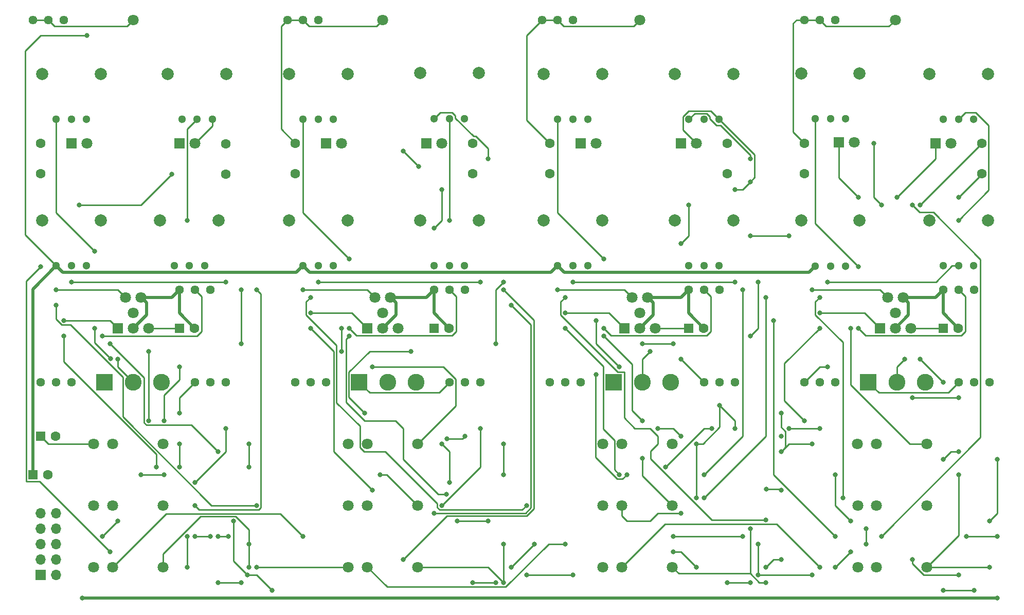
<source format=gtl>
G04 #@! TF.GenerationSoftware,KiCad,Pcbnew,(5.1.6-0-10_14)*
G04 #@! TF.CreationDate,2022-01-01T22:04:21+00:00*
G04 #@! TF.ProjectId,Quad Tube VCA,51756164-2054-4756-9265-205643412e6b,rev?*
G04 #@! TF.SameCoordinates,Original*
G04 #@! TF.FileFunction,Copper,L1,Top*
G04 #@! TF.FilePolarity,Positive*
%FSLAX46Y46*%
G04 Gerber Fmt 4.6, Leading zero omitted, Abs format (unit mm)*
G04 Created by KiCad (PCBNEW (5.1.6-0-10_14)) date 2022-01-01 22:04:21*
%MOMM*%
%LPD*%
G01*
G04 APERTURE LIST*
G04 #@! TA.AperFunction,ComponentPad*
%ADD10C,1.600000*%
G04 #@! TD*
G04 #@! TA.AperFunction,ComponentPad*
%ADD11R,1.600000X1.600000*%
G04 #@! TD*
G04 #@! TA.AperFunction,ComponentPad*
%ADD12C,1.800000*%
G04 #@! TD*
G04 #@! TA.AperFunction,ComponentPad*
%ADD13R,1.800000X1.800000*%
G04 #@! TD*
G04 #@! TA.AperFunction,ComponentPad*
%ADD14C,2.775000*%
G04 #@! TD*
G04 #@! TA.AperFunction,ComponentPad*
%ADD15R,2.775000X2.775000*%
G04 #@! TD*
G04 #@! TA.AperFunction,ComponentPad*
%ADD16C,2.000000*%
G04 #@! TD*
G04 #@! TA.AperFunction,ComponentPad*
%ADD17C,1.300000*%
G04 #@! TD*
G04 #@! TA.AperFunction,ComponentPad*
%ADD18C,1.440000*%
G04 #@! TD*
G04 #@! TA.AperFunction,ComponentPad*
%ADD19O,1.700000X1.700000*%
G04 #@! TD*
G04 #@! TA.AperFunction,ComponentPad*
%ADD20R,1.700000X1.700000*%
G04 #@! TD*
G04 #@! TA.AperFunction,ViaPad*
%ADD21C,0.800000*%
G04 #@! TD*
G04 #@! TA.AperFunction,Conductor*
%ADD22C,0.250000*%
G04 #@! TD*
G04 #@! TA.AperFunction,Conductor*
%ADD23C,0.500000*%
G04 #@! TD*
G04 APERTURE END LIST*
D10*
X220940000Y-99060000D03*
D11*
X218440000Y-99060000D03*
D10*
X179030000Y-99060000D03*
D11*
X176530000Y-99060000D03*
D10*
X137120000Y-99060000D03*
D11*
X134620000Y-99060000D03*
D10*
X95210000Y-99060000D03*
D11*
X92710000Y-99060000D03*
D10*
X72350000Y-116840000D03*
D11*
X69850000Y-116840000D03*
D10*
X71080000Y-123190000D03*
D11*
X68580000Y-123190000D03*
D12*
X126153333Y-48260000D03*
X126153333Y-96520000D03*
X124883333Y-93980000D03*
X127423333Y-93980000D03*
X128693333Y-99060000D03*
X126153333Y-99060000D03*
D13*
X123613333Y-99060000D03*
D12*
X85090000Y-48260000D03*
X85090000Y-96520000D03*
X83820000Y-93980000D03*
X86360000Y-93980000D03*
X87630000Y-99060000D03*
X85090000Y-99060000D03*
D13*
X82550000Y-99060000D03*
D12*
X210550000Y-48260000D03*
X210550000Y-96520000D03*
X209280000Y-93980000D03*
X211820000Y-93980000D03*
X213090000Y-99060000D03*
X210550000Y-99060000D03*
D13*
X208010000Y-99060000D03*
D12*
X168486666Y-48260000D03*
X168486666Y-96520000D03*
X167216666Y-93980000D03*
X169756666Y-93980000D03*
X171026666Y-99060000D03*
X168486666Y-99060000D03*
D13*
X165946666Y-99060000D03*
D14*
X215520000Y-107950000D03*
X210820000Y-107950000D03*
D15*
X206120000Y-107950000D03*
D14*
X173610000Y-107950000D03*
X168910000Y-107950000D03*
D15*
X164210000Y-107950000D03*
D14*
X131700000Y-107950000D03*
X127000000Y-107950000D03*
D15*
X122300000Y-107950000D03*
D14*
X89790000Y-107950000D03*
X85090000Y-107950000D03*
D15*
X80390000Y-107950000D03*
D16*
X204680000Y-57070000D03*
X195080000Y-57070000D03*
D17*
X202380000Y-64570000D03*
X199880000Y-64570000D03*
X197380000Y-64570000D03*
D16*
X162280000Y-57150000D03*
X152680000Y-57150000D03*
D17*
X159980000Y-64650000D03*
X157480000Y-64650000D03*
X154980000Y-64650000D03*
D16*
X120370000Y-57150000D03*
X110770000Y-57150000D03*
D17*
X118070000Y-64650000D03*
X115570000Y-64650000D03*
X113070000Y-64650000D03*
D16*
X79730000Y-57150000D03*
X70130000Y-57150000D03*
D17*
X77430000Y-64650000D03*
X74930000Y-64650000D03*
X72430000Y-64650000D03*
D16*
X204680000Y-81320000D03*
X195080000Y-81320000D03*
D17*
X202380000Y-88820000D03*
X199880000Y-88820000D03*
X197380000Y-88820000D03*
D16*
X162280000Y-81280000D03*
X152680000Y-81280000D03*
D17*
X159980000Y-88780000D03*
X157480000Y-88780000D03*
X154980000Y-88780000D03*
D16*
X120370000Y-81280000D03*
X110770000Y-81280000D03*
D17*
X118070000Y-88780000D03*
X115570000Y-88780000D03*
X113070000Y-88780000D03*
D16*
X79730000Y-81280000D03*
X70130000Y-81280000D03*
D17*
X77430000Y-88780000D03*
X74930000Y-88780000D03*
X72430000Y-88780000D03*
D16*
X225780000Y-57150000D03*
X216180000Y-57150000D03*
D17*
X223480000Y-64650000D03*
X220980000Y-64650000D03*
X218480000Y-64650000D03*
D16*
X183870000Y-57150000D03*
X174270000Y-57150000D03*
D17*
X181570000Y-64650000D03*
X179070000Y-64650000D03*
X176570000Y-64650000D03*
D16*
X141960000Y-57030000D03*
X132360000Y-57030000D03*
D17*
X139660000Y-64530000D03*
X137160000Y-64530000D03*
X134660000Y-64530000D03*
D16*
X100410000Y-57130000D03*
X90810000Y-57130000D03*
D17*
X98110000Y-64630000D03*
X95610000Y-64630000D03*
X93110000Y-64630000D03*
D16*
X225780000Y-81280000D03*
X216180000Y-81280000D03*
D17*
X223480000Y-88780000D03*
X220980000Y-88780000D03*
X218480000Y-88780000D03*
D16*
X183870000Y-81280000D03*
X174270000Y-81280000D03*
D17*
X181570000Y-88780000D03*
X179070000Y-88780000D03*
X176570000Y-88780000D03*
D16*
X141960000Y-81280000D03*
X132360000Y-81280000D03*
D17*
X139660000Y-88780000D03*
X137160000Y-88780000D03*
X134660000Y-88780000D03*
D16*
X99140000Y-81260000D03*
X89540000Y-81260000D03*
D17*
X96840000Y-88760000D03*
X94340000Y-88760000D03*
X91840000Y-88760000D03*
D12*
X215770000Y-138430000D03*
X204370000Y-138430000D03*
X207470000Y-138430000D03*
X173830000Y-138430000D03*
X162430000Y-138430000D03*
X165530000Y-138430000D03*
X131920000Y-138430000D03*
X120520000Y-138430000D03*
X123620000Y-138430000D03*
X90010000Y-138430000D03*
X78610000Y-138430000D03*
X81710000Y-138430000D03*
X215740000Y-118110000D03*
X204340000Y-118110000D03*
X207440000Y-118110000D03*
X173830000Y-118110000D03*
X162430000Y-118110000D03*
X165530000Y-118110000D03*
X131920000Y-118110000D03*
X120520000Y-118110000D03*
X123620000Y-118110000D03*
X90010000Y-118110000D03*
X78610000Y-118110000D03*
X81710000Y-118110000D03*
X215770000Y-128270000D03*
X204370000Y-128270000D03*
X207470000Y-128270000D03*
X173830000Y-128270000D03*
X162430000Y-128270000D03*
X165530000Y-128270000D03*
X131920000Y-128270000D03*
X120520000Y-128270000D03*
X123620000Y-128270000D03*
X90010000Y-128270000D03*
X78610000Y-128270000D03*
X81710000Y-128270000D03*
D18*
X195580000Y-48260000D03*
X198120000Y-48260000D03*
X200660000Y-48260000D03*
X152400000Y-48260000D03*
X154940000Y-48260000D03*
X157480000Y-48260000D03*
X110490000Y-48260000D03*
X113030000Y-48260000D03*
X115570000Y-48260000D03*
X68580000Y-48260000D03*
X71120000Y-48260000D03*
X73660000Y-48260000D03*
X220980000Y-107950000D03*
X223520000Y-107950000D03*
X226060000Y-107950000D03*
X179070000Y-107950000D03*
X181610000Y-107950000D03*
X184150000Y-107950000D03*
X137160000Y-107950000D03*
X139700000Y-107950000D03*
X142240000Y-107950000D03*
X95250000Y-107950000D03*
X97790000Y-107950000D03*
X100330000Y-107950000D03*
X218440000Y-92710000D03*
X220980000Y-92710000D03*
X223520000Y-92710000D03*
X176530000Y-92710000D03*
X179070000Y-92710000D03*
X181610000Y-92710000D03*
X134620000Y-92710000D03*
X137160000Y-92710000D03*
X139700000Y-92710000D03*
X92710000Y-92710000D03*
X95250000Y-92710000D03*
X97790000Y-92710000D03*
X195580000Y-107950000D03*
X198120000Y-107950000D03*
X200660000Y-107950000D03*
X153670000Y-107950000D03*
X156210000Y-107950000D03*
X158750000Y-107950000D03*
X111760000Y-107950000D03*
X114300000Y-107950000D03*
X116840000Y-107950000D03*
X69850000Y-107950000D03*
X72390000Y-107950000D03*
X74930000Y-107950000D03*
D19*
X72390000Y-129540000D03*
X69850000Y-129540000D03*
X72390000Y-132080000D03*
X69850000Y-132080000D03*
X72390000Y-134620000D03*
X69850000Y-134620000D03*
X72390000Y-137160000D03*
X69850000Y-137160000D03*
X72390000Y-139700000D03*
D20*
X69850000Y-139700000D03*
D12*
X219710000Y-68580000D03*
D13*
X217170000Y-68580000D03*
D12*
X203790000Y-68460000D03*
D13*
X201250000Y-68460000D03*
D12*
X177800000Y-68580000D03*
D13*
X175260000Y-68580000D03*
D12*
X161290000Y-68580000D03*
D13*
X158750000Y-68580000D03*
D12*
X135890000Y-68580000D03*
D13*
X133350000Y-68580000D03*
D12*
X119380000Y-68580000D03*
D13*
X116840000Y-68580000D03*
D12*
X95250000Y-68580000D03*
D13*
X92710000Y-68580000D03*
D12*
X77470000Y-68580000D03*
D13*
X74930000Y-68580000D03*
D10*
X224790000Y-73580000D03*
X224790000Y-68580000D03*
X195580000Y-73580000D03*
X195580000Y-68580000D03*
X182880000Y-73580000D03*
X182880000Y-68580000D03*
X153670000Y-73580000D03*
X153670000Y-68580000D03*
X140970000Y-73580000D03*
X140970000Y-68580000D03*
X111760000Y-73580000D03*
X111760000Y-68580000D03*
X100330000Y-68660000D03*
X100330000Y-73660000D03*
X69850000Y-73580000D03*
X69850000Y-68580000D03*
D21*
X93980000Y-133350000D03*
X93980000Y-138430000D03*
X105410000Y-92710000D03*
X95250000Y-128270000D03*
X81280000Y-135890000D03*
X69850000Y-88900000D03*
X76200000Y-78740000D03*
X91440000Y-73660000D03*
X177800000Y-118110000D03*
X181610000Y-111760000D03*
X99060000Y-140970000D03*
X102870000Y-140970000D03*
X105410000Y-138430000D03*
X140970000Y-140970000D03*
X144780000Y-140970000D03*
X147320000Y-138430000D03*
X151130000Y-134620000D03*
X182880000Y-140970000D03*
X186690000Y-140970000D03*
X189230000Y-138430000D03*
X191770000Y-137160000D03*
X223520000Y-142240000D03*
X218440000Y-142240000D03*
X222250000Y-133350000D03*
X227344703Y-133365603D03*
X184150000Y-115570000D03*
X80010000Y-133350000D03*
X82550000Y-130810000D03*
X92710000Y-121920000D03*
X92710000Y-118110000D03*
X104140000Y-118110000D03*
X104140000Y-121920000D03*
X90170000Y-123190000D03*
X86360000Y-123190000D03*
X95250000Y-133350000D03*
X97790000Y-133350000D03*
X136740009Y-117259991D03*
X139700000Y-116840000D03*
X146050000Y-118110000D03*
X146050000Y-123190000D03*
X175260000Y-116840000D03*
X171450000Y-115570000D03*
X177800000Y-127000000D03*
X175260000Y-129540000D03*
X191770000Y-119380000D03*
X196850000Y-118110000D03*
X191770000Y-113030000D03*
X203200000Y-130810000D03*
X200660000Y-123190000D03*
X205740000Y-132080000D03*
X205740000Y-134620000D03*
X218440000Y-120650000D03*
X220980000Y-119380000D03*
X186690000Y-83820000D03*
X193040000Y-83820000D03*
X186690000Y-74930000D03*
X184150000Y-76200000D03*
X208280000Y-78740000D03*
X207010000Y-68580000D03*
X213360000Y-110490000D03*
X220980000Y-110490000D03*
X132080000Y-72390000D03*
X129540000Y-69850000D03*
X227330000Y-143510000D03*
X76682500Y-143510000D03*
X77470000Y-50800000D03*
X107950000Y-142240000D03*
X103897500Y-139700000D03*
X101600000Y-130810000D03*
X81280000Y-101600000D03*
X99060000Y-119380000D03*
X99060000Y-133350000D03*
X100774990Y-133350000D03*
X82550000Y-104140000D03*
X72390000Y-95250000D03*
X105410000Y-128270000D03*
X73660000Y-100330000D03*
X88900000Y-121920000D03*
X95250000Y-124460000D03*
X100330000Y-115570000D03*
X147320000Y-95250000D03*
X134620000Y-129540000D03*
X129540000Y-137160000D03*
X146050000Y-92710000D03*
X149860000Y-139700000D03*
X157480000Y-139700000D03*
X120650000Y-100330000D03*
X136679761Y-126454933D03*
X138430000Y-130810000D03*
X143510000Y-130810000D03*
X134620000Y-82550000D03*
X135890000Y-76200000D03*
X114300000Y-93980000D03*
X149860000Y-128270000D03*
X137160000Y-124460000D03*
X135890000Y-118110000D03*
X114300000Y-99060000D03*
X124460000Y-125730000D03*
X142240000Y-115570000D03*
X135890000Y-128270000D03*
X189230000Y-93980000D03*
X179070000Y-127000000D03*
X177800000Y-138430000D03*
X173990000Y-135890000D03*
X166370000Y-123190000D03*
X161290000Y-106680000D03*
X168910000Y-101600000D03*
X173990000Y-101600000D03*
X175260000Y-85090000D03*
X176530000Y-78740000D03*
X187960000Y-134620000D03*
X187960000Y-139700000D03*
X196850000Y-139700000D03*
X162560000Y-100330000D03*
X168910000Y-114300000D03*
X173990000Y-133350000D03*
X185420000Y-133350000D03*
X170180000Y-102870000D03*
X156210000Y-93980000D03*
X189230000Y-130629999D03*
X189348903Y-125611097D03*
X191770000Y-125730000D03*
X156210000Y-99060000D03*
X165100000Y-123190000D03*
X180340000Y-115570000D03*
X172720000Y-121920000D03*
X203200000Y-135890000D03*
X200660000Y-138430000D03*
X190500000Y-97790000D03*
X200660000Y-133350000D03*
X220980000Y-139700000D03*
X213360000Y-137160000D03*
X208280000Y-133350000D03*
X213360000Y-78740000D03*
X226060000Y-130810000D03*
X227330000Y-120650000D03*
X212090000Y-104140000D03*
X220980000Y-77470000D03*
X214630000Y-78740000D03*
X198120000Y-93980000D03*
X201930000Y-127000000D03*
X198120000Y-99060000D03*
X195580000Y-114300000D03*
X191770000Y-116840000D03*
X193040000Y-115570000D03*
X198120000Y-115570000D03*
X73660000Y-97790000D03*
X114300000Y-96520000D03*
X156210000Y-96520000D03*
X204470000Y-77470000D03*
X210820000Y-77470000D03*
X198120000Y-96520000D03*
X74930000Y-91440000D03*
X100330000Y-91440000D03*
X92710000Y-105410000D03*
X90170000Y-114300000D03*
X115570000Y-91440000D03*
X142240000Y-91440000D03*
X125730000Y-123190000D03*
X157480000Y-91440000D03*
X184150000Y-91440000D03*
X168910000Y-120469999D03*
X199390000Y-91440000D03*
X214630000Y-104140000D03*
X218440000Y-107950000D03*
X87630000Y-114300000D03*
X87630000Y-102870000D03*
X93980000Y-81280000D03*
X102870000Y-101600000D03*
X102870000Y-92710000D03*
X123190000Y-113030000D03*
X130810000Y-102870000D03*
X137160000Y-81280000D03*
X144780000Y-101600000D03*
X146050000Y-91440000D03*
X143510000Y-71120000D03*
X179070000Y-123190000D03*
X185420000Y-92710000D03*
X186690000Y-100330000D03*
X187960000Y-91440000D03*
X186690000Y-71120000D03*
X220980000Y-81280000D03*
X78740000Y-86360000D03*
X78740000Y-99060000D03*
X81347403Y-104072597D03*
X120650000Y-87630000D03*
X119380000Y-99060000D03*
X119380000Y-102870000D03*
X124460000Y-105410000D03*
X162560000Y-87630000D03*
X161290000Y-97790000D03*
X165100000Y-105410000D03*
X204470000Y-88900000D03*
X203200000Y-99060000D03*
X104140000Y-138430000D03*
X104140000Y-134620000D03*
X80010000Y-100330000D03*
X72390000Y-92710000D03*
X146050000Y-134620000D03*
X146050000Y-140970000D03*
X120650000Y-99060000D03*
X113030000Y-92710000D03*
X189230000Y-140970000D03*
X186690000Y-132080000D03*
X162560000Y-99060000D03*
X154940000Y-92710000D03*
X220980000Y-123190000D03*
X226060000Y-138430000D03*
X204470000Y-99060000D03*
X196850000Y-92710000D03*
X113030000Y-133350000D03*
X156210000Y-134620000D03*
X198120000Y-138430000D03*
X92710000Y-113030000D03*
X175260000Y-104140000D03*
X199390000Y-105410000D03*
D22*
X93980000Y-133350000D02*
X93980000Y-138430000D01*
X95975001Y-128995001D02*
X95250000Y-128270000D01*
X105758001Y-128995001D02*
X95975001Y-128995001D01*
X106135001Y-128618001D02*
X105758001Y-128995001D01*
X106135001Y-93435001D02*
X106135001Y-128618001D01*
X105410000Y-92710000D02*
X106135001Y-93435001D01*
X67454999Y-91295001D02*
X69850000Y-88900000D01*
X67454999Y-124250001D02*
X67454999Y-91295001D01*
X67519999Y-124315001D02*
X67454999Y-124250001D01*
X69705001Y-124315001D02*
X67519999Y-124315001D01*
X81280000Y-135890000D02*
X69705001Y-124315001D01*
X86360000Y-78740000D02*
X91440000Y-73660000D01*
X76200000Y-78740000D02*
X86360000Y-78740000D01*
X181610000Y-115373002D02*
X181610000Y-111760000D01*
X178873002Y-118110000D02*
X181610000Y-115373002D01*
X177800000Y-118110000D02*
X178873002Y-118110000D01*
X71120000Y-118110000D02*
X78610000Y-118110000D01*
X69850000Y-116840000D02*
X71120000Y-118110000D01*
X99060000Y-140970000D02*
X102870000Y-140970000D01*
X120520000Y-138430000D02*
X105410000Y-138430000D01*
X140970000Y-140970000D02*
X144780000Y-140970000D01*
X147320000Y-138430000D02*
X151130000Y-134620000D01*
X186690000Y-140970000D02*
X182880000Y-140970000D01*
X190500000Y-137160000D02*
X189230000Y-138430000D01*
X191770000Y-137160000D02*
X190500000Y-137160000D01*
X223520000Y-142240000D02*
X218440000Y-142240000D01*
X227329100Y-133350000D02*
X227344703Y-133365603D01*
X222250000Y-133350000D02*
X227329100Y-133350000D01*
X184150000Y-114300000D02*
X181610000Y-111760000D01*
X184150000Y-115570000D02*
X184150000Y-114300000D01*
X98110000Y-65720000D02*
X95250000Y-68580000D01*
X98110000Y-64630000D02*
X98110000Y-65720000D01*
X82550000Y-130810000D02*
X80010000Y-133350000D01*
X92710000Y-118110000D02*
X92710000Y-121920000D01*
X104140000Y-121920000D02*
X104140000Y-118110000D01*
X86360000Y-123190000D02*
X90170000Y-123190000D01*
X97790000Y-133350000D02*
X95250000Y-133350000D01*
X139280009Y-117259991D02*
X139700000Y-116840000D01*
X136740009Y-117259991D02*
X139280009Y-117259991D01*
X146050000Y-118110000D02*
X146050000Y-123190000D01*
X173990000Y-115570000D02*
X175260000Y-116840000D01*
X171450000Y-115570000D02*
X173990000Y-115570000D01*
X177800000Y-118110000D02*
X177800000Y-127000000D01*
X193040000Y-118110000D02*
X191770000Y-119380000D01*
X196850000Y-118110000D02*
X193040000Y-118110000D01*
X191770000Y-115373002D02*
X191770000Y-113030000D01*
X192495001Y-116098003D02*
X191770000Y-115373002D01*
X192495001Y-118654999D02*
X192495001Y-116098003D01*
X191770000Y-119380000D02*
X192495001Y-118654999D01*
X200660000Y-128270000D02*
X203200000Y-130810000D01*
X200660000Y-123190000D02*
X200660000Y-128270000D01*
X205740000Y-134620000D02*
X205740000Y-132080000D01*
X219710000Y-119380000D02*
X218440000Y-120650000D01*
X220980000Y-119380000D02*
X219710000Y-119380000D01*
X87630000Y-99060000D02*
X92710000Y-99060000D01*
X186690000Y-83820000D02*
X193040000Y-83820000D01*
X176552008Y-63224990D02*
X175594999Y-64181999D01*
X180144990Y-63224990D02*
X176552008Y-63224990D01*
X175594999Y-66374999D02*
X177800000Y-68580000D01*
X175594999Y-64181999D02*
X175594999Y-66374999D01*
X181570000Y-64650000D02*
X180144990Y-63224990D01*
X187415001Y-74204999D02*
X186690000Y-74930000D01*
X187415001Y-70495001D02*
X187415001Y-74204999D01*
X181570000Y-64650000D02*
X187415001Y-70495001D01*
X185420000Y-76200000D02*
X186690000Y-74930000D01*
X184150000Y-76200000D02*
X185420000Y-76200000D01*
X176530000Y-99060000D02*
X171026666Y-99060000D01*
X207010000Y-77470000D02*
X208280000Y-78740000D01*
X207010000Y-68580000D02*
X207010000Y-77470000D01*
X213090000Y-99060000D02*
X218440000Y-99060000D01*
X220980000Y-110490000D02*
X213360000Y-110490000D01*
X129540000Y-69850000D02*
X132080000Y-72390000D01*
X165530000Y-129970000D02*
X165530000Y-128270000D01*
X166370000Y-130810000D02*
X165530000Y-129970000D01*
X170180000Y-130810000D02*
X166370000Y-130810000D01*
X171450000Y-129540000D02*
X170180000Y-130810000D01*
X175260000Y-129540000D02*
X171450000Y-129540000D01*
D23*
X227330000Y-143510000D02*
X76682500Y-143510000D01*
X68580000Y-92630000D02*
X72430000Y-88780000D01*
X68580000Y-123190000D02*
X68580000Y-92630000D01*
X111969999Y-89880001D02*
X113070000Y-88780000D01*
X73530001Y-89880001D02*
X111969999Y-89880001D01*
X72430000Y-88780000D02*
X73530001Y-89880001D01*
X153879999Y-89880001D02*
X154980000Y-88780000D01*
X114170001Y-89880001D02*
X153879999Y-89880001D01*
X113070000Y-88780000D02*
X114170001Y-89880001D01*
X196319999Y-89880001D02*
X197380000Y-88820000D01*
X156080001Y-89880001D02*
X196319999Y-89880001D01*
X154980000Y-88780000D02*
X156080001Y-89880001D01*
D22*
X72430000Y-88780000D02*
X67310000Y-83660000D01*
X67310000Y-83660000D02*
X67310000Y-53340000D01*
X67310000Y-53340000D02*
X69850000Y-50800000D01*
X69850000Y-50800000D02*
X77470000Y-50800000D01*
D23*
X87259999Y-94879999D02*
X86360000Y-93980000D01*
X87259999Y-96890001D02*
X87259999Y-94879999D01*
X85090000Y-99060000D02*
X87259999Y-96890001D01*
X128323332Y-94879999D02*
X127423333Y-93980000D01*
X128323332Y-96890001D02*
X128323332Y-94879999D01*
X126153333Y-99060000D02*
X128323332Y-96890001D01*
X170656665Y-94879999D02*
X169756666Y-93980000D01*
X170656665Y-96890001D02*
X170656665Y-94879999D01*
X168486666Y-99060000D02*
X170656665Y-96890001D01*
X212719999Y-94879999D02*
X211820000Y-93980000D01*
X212719999Y-96890001D02*
X212719999Y-94879999D01*
X210550000Y-99060000D02*
X212719999Y-96890001D01*
X217170000Y-93980000D02*
X218440000Y-92710000D01*
X211820000Y-93980000D02*
X217170000Y-93980000D01*
X218440000Y-96560000D02*
X220940000Y-99060000D01*
X218440000Y-92710000D02*
X218440000Y-96560000D01*
X175260000Y-93980000D02*
X176530000Y-92710000D01*
X169756666Y-93980000D02*
X175260000Y-93980000D01*
X176530000Y-96560000D02*
X179030000Y-99060000D01*
X176530000Y-92710000D02*
X176530000Y-96560000D01*
X133350000Y-93980000D02*
X134620000Y-92710000D01*
X127423333Y-93980000D02*
X133350000Y-93980000D01*
X134620000Y-96560000D02*
X137120000Y-99060000D01*
X134620000Y-92710000D02*
X134620000Y-96560000D01*
X91440000Y-93980000D02*
X92710000Y-92710000D01*
X86360000Y-93980000D02*
X91440000Y-93980000D01*
X92710000Y-96560000D02*
X95210000Y-99060000D01*
X92710000Y-92710000D02*
X92710000Y-96560000D01*
D22*
X105410000Y-139700000D02*
X103897500Y-139700000D01*
X107950000Y-142240000D02*
X105410000Y-139700000D01*
X101600000Y-137402500D02*
X101600000Y-130810000D01*
X103897500Y-139700000D02*
X101600000Y-137402500D01*
X94705001Y-115025001D02*
X99060000Y-119380000D01*
X87281999Y-115025001D02*
X94705001Y-115025001D01*
X86904999Y-114648001D02*
X87281999Y-115025001D01*
X86904999Y-107224999D02*
X86904999Y-114648001D01*
X81280000Y-101600000D02*
X86904999Y-107224999D01*
X99060000Y-133350000D02*
X100774990Y-133350000D01*
X68580000Y-48260000D02*
X71120000Y-48260000D01*
X84044999Y-49305001D02*
X85090000Y-48260000D01*
X72165001Y-49305001D02*
X84044999Y-49305001D01*
X71120000Y-48260000D02*
X72165001Y-49305001D01*
X82550000Y-105410000D02*
X82550000Y-104140000D01*
X85090000Y-107950000D02*
X82550000Y-105410000D01*
X97986998Y-128270000D02*
X105410000Y-128270000D01*
X72390000Y-97593002D02*
X73311999Y-98515001D01*
X83377499Y-107127999D02*
X83377499Y-113660501D01*
X83377499Y-113660501D02*
X97986998Y-128270000D01*
X74764501Y-98515001D02*
X83377499Y-107127999D01*
X73311999Y-98515001D02*
X74764501Y-98515001D01*
X72390000Y-95250000D02*
X72390000Y-97593002D01*
X88900000Y-119819412D02*
X88900000Y-121920000D01*
X73660000Y-104579412D02*
X88900000Y-119819412D01*
X73660000Y-100330000D02*
X73660000Y-104579412D01*
X100330000Y-119380000D02*
X100330000Y-115570000D01*
X95250000Y-124460000D02*
X100330000Y-119380000D01*
X149663002Y-129540000D02*
X134620000Y-129540000D01*
X150585001Y-128618001D02*
X149663002Y-129540000D01*
X150585001Y-98515001D02*
X150585001Y-128618001D01*
X147320000Y-95250000D02*
X150585001Y-98515001D01*
X151035011Y-97695011D02*
X146050000Y-92710000D01*
X129540000Y-137160000D02*
X136709990Y-129990010D01*
X151035011Y-128804401D02*
X151035011Y-97695011D01*
X149849403Y-129990009D02*
X151035011Y-128804401D01*
X136709990Y-129990010D02*
X149849403Y-129990009D01*
X149860000Y-139700000D02*
X157480000Y-139700000D01*
X138430000Y-130810000D02*
X143510000Y-130810000D01*
X129540000Y-120685552D02*
X135309381Y-126454933D01*
X129540000Y-115570000D02*
X129540000Y-120685552D01*
X120137489Y-100842511D02*
X120137489Y-111283041D01*
X128287776Y-114317776D02*
X129540000Y-115570000D01*
X135309381Y-126454933D02*
X136679761Y-126454933D01*
X123172224Y-114317776D02*
X128287776Y-114317776D01*
X120137489Y-111283041D02*
X123172224Y-114317776D01*
X120650000Y-100330000D02*
X120137489Y-100842511D01*
X110490000Y-48260000D02*
X113030000Y-48260000D01*
X125108332Y-49305001D02*
X126153333Y-48260000D01*
X114075001Y-49305001D02*
X125108332Y-49305001D01*
X113030000Y-48260000D02*
X114075001Y-49305001D01*
X109444999Y-66264999D02*
X111760000Y-68580000D01*
X109444999Y-49305001D02*
X109444999Y-66264999D01*
X110490000Y-48260000D02*
X109444999Y-49305001D01*
X135890000Y-81280000D02*
X135890000Y-76200000D01*
X134620000Y-82550000D02*
X135890000Y-81280000D01*
X135541999Y-128995001D02*
X149134999Y-128995001D01*
X149134999Y-128995001D02*
X149860000Y-128270000D01*
X118560010Y-101853012D02*
X118560010Y-111317010D01*
X123076998Y-119380000D02*
X126623000Y-119380000D01*
X135164999Y-127921999D02*
X135164999Y-128618001D01*
X126623000Y-119380000D02*
X135164999Y-127921999D01*
X122394999Y-118698001D02*
X123076998Y-119380000D01*
X122394999Y-115151999D02*
X122394999Y-118698001D01*
X135164999Y-128618001D02*
X135541999Y-128995001D01*
X114300000Y-93980000D02*
X113574999Y-94705001D01*
X118560010Y-111317010D02*
X122394999Y-115151999D01*
X113574999Y-96868001D02*
X118560010Y-101853012D01*
X113574999Y-94705001D02*
X113574999Y-96868001D01*
X137160000Y-119380000D02*
X135890000Y-118110000D01*
X137160000Y-124460000D02*
X137160000Y-119380000D01*
X118110000Y-119380000D02*
X124460000Y-125730000D01*
X118110000Y-102870000D02*
X118110000Y-119380000D01*
X114300000Y-99060000D02*
X118110000Y-102870000D01*
X142240000Y-121920000D02*
X135890000Y-128270000D01*
X142240000Y-115570000D02*
X142240000Y-121920000D01*
X189230000Y-116840000D02*
X179070000Y-127000000D01*
X189230000Y-93980000D02*
X189230000Y-116840000D01*
X177800000Y-138430000D02*
X175260000Y-135890000D01*
X175260000Y-135890000D02*
X173990000Y-135890000D01*
X161204999Y-120368001D02*
X161204999Y-106765001D01*
X164751999Y-123915001D02*
X161204999Y-120368001D01*
X166370000Y-123190000D02*
X165644999Y-123915001D01*
X165644999Y-123915001D02*
X164751999Y-123915001D01*
X161204999Y-106765001D02*
X161290000Y-106680000D01*
X168910000Y-101600000D02*
X173990000Y-101600000D01*
X176530000Y-83820000D02*
X176530000Y-78740000D01*
X175260000Y-85090000D02*
X176530000Y-83820000D01*
X187960000Y-134620000D02*
X187960000Y-139700000D01*
X187960000Y-139700000D02*
X196850000Y-139700000D01*
X173990000Y-133350000D02*
X185420000Y-133350000D01*
X167197499Y-112587499D02*
X168910000Y-114300000D01*
X167197499Y-104967499D02*
X167197499Y-112587499D01*
X162560000Y-100330000D02*
X167197499Y-104967499D01*
X152400000Y-48260000D02*
X154940000Y-48260000D01*
X167441665Y-49305001D02*
X168486666Y-48260000D01*
X155985001Y-49305001D02*
X167441665Y-49305001D01*
X154940000Y-48260000D02*
X155985001Y-49305001D01*
X152400000Y-48260000D02*
X149860000Y-50800000D01*
X149860000Y-50800000D02*
X149860000Y-64770000D01*
X149860000Y-64770000D02*
X153670000Y-68580000D01*
X168910000Y-104140000D02*
X168910000Y-107950000D01*
X170180000Y-102870000D02*
X168910000Y-104140000D01*
X170278499Y-119281501D02*
X170278499Y-120551501D01*
X180356997Y-130629999D02*
X189230000Y-130629999D01*
X171450000Y-118110000D02*
X170278499Y-119281501D01*
X171450000Y-116840000D02*
X171450000Y-118110000D01*
X167640000Y-115570000D02*
X170180000Y-115570000D01*
X165922501Y-113852501D02*
X167640000Y-115570000D01*
X165922501Y-106302499D02*
X165922501Y-113852501D01*
X155484999Y-96884998D02*
X164837500Y-106237499D01*
X164837500Y-106237499D02*
X165857501Y-106237499D01*
X170278499Y-120551501D02*
X180356997Y-130629999D01*
X156210000Y-93980000D02*
X155484999Y-94705001D01*
X170180000Y-115570000D02*
X171450000Y-116840000D01*
X155484999Y-94705001D02*
X155484999Y-96884998D01*
X165857501Y-106237499D02*
X165922501Y-106302499D01*
X191651097Y-125611097D02*
X191770000Y-125730000D01*
X189348903Y-125611097D02*
X191651097Y-125611097D01*
X164304999Y-117521999D02*
X164304999Y-122394999D01*
X162497499Y-115714499D02*
X164304999Y-117521999D01*
X164304999Y-122394999D02*
X165100000Y-123190000D01*
X162497499Y-105347499D02*
X162497499Y-115714499D01*
X156210000Y-99060000D02*
X162497499Y-105347499D01*
X179070000Y-115570000D02*
X172720000Y-121920000D01*
X180340000Y-115570000D02*
X179070000Y-115570000D01*
X203200000Y-135890000D02*
X200660000Y-138430000D01*
X190500000Y-97790000D02*
X190500000Y-123190000D01*
X190500000Y-123190000D02*
X200660000Y-133350000D01*
X213360000Y-137833002D02*
X213360000Y-137160000D01*
X215226998Y-139700000D02*
X213360000Y-137833002D01*
X220980000Y-139700000D02*
X215226998Y-139700000D01*
X214574999Y-79954999D02*
X213360000Y-78740000D01*
X216816001Y-79954999D02*
X214574999Y-79954999D01*
X224565001Y-87703999D02*
X216816001Y-79954999D01*
X224565001Y-117064999D02*
X224565001Y-87703999D01*
X208280000Y-133350000D02*
X224565001Y-117064999D01*
X227330000Y-129540000D02*
X227330000Y-120650000D01*
X226060000Y-130810000D02*
X227330000Y-129540000D01*
X195580000Y-48260000D02*
X198120000Y-48260000D01*
X199165001Y-49305001D02*
X209504999Y-49305001D01*
X209504999Y-49305001D02*
X210550000Y-48260000D01*
X198120000Y-48260000D02*
X199165001Y-49305001D01*
X195580000Y-48260000D02*
X194310000Y-48260000D01*
X193754999Y-66754999D02*
X195580000Y-68580000D01*
X193754999Y-48815001D02*
X193754999Y-66754999D01*
X194310000Y-48260000D02*
X193754999Y-48815001D01*
X210820000Y-105410000D02*
X210820000Y-107950000D01*
X212090000Y-104140000D02*
X210820000Y-105410000D01*
X224790000Y-73660000D02*
X224790000Y-73580000D01*
X220980000Y-77470000D02*
X224790000Y-73660000D01*
X214630000Y-78740000D02*
X224790000Y-68580000D01*
X201930000Y-101403002D02*
X201930000Y-127000000D01*
X197394999Y-96868001D02*
X201930000Y-101403002D01*
X197394999Y-94705001D02*
X197394999Y-96868001D01*
X198120000Y-93980000D02*
X197394999Y-94705001D01*
X192314999Y-104865001D02*
X192314999Y-111034999D01*
X192314999Y-111034999D02*
X195580000Y-114300000D01*
X198120000Y-99060000D02*
X192314999Y-104865001D01*
X193040000Y-115570000D02*
X198120000Y-115570000D01*
X81280000Y-97790000D02*
X82550000Y-99060000D01*
X73660000Y-97790000D02*
X81280000Y-97790000D01*
X121073333Y-96520000D02*
X123613333Y-99060000D01*
X114300000Y-96520000D02*
X121073333Y-96520000D01*
X163406666Y-96520000D02*
X165946666Y-99060000D01*
X163406666Y-96520000D02*
X156210000Y-96520000D01*
X201250000Y-74250000D02*
X201250000Y-68460000D01*
X204470000Y-77470000D02*
X201250000Y-74250000D01*
X217170000Y-71120000D02*
X217170000Y-68580000D01*
X210820000Y-77470000D02*
X217170000Y-71120000D01*
X205470000Y-96520000D02*
X208010000Y-99060000D01*
X205470000Y-96520000D02*
X198120000Y-96520000D01*
X74930000Y-91440000D02*
X100330000Y-91440000D01*
X90170000Y-110104502D02*
X90170000Y-114300000D01*
X92710000Y-107564502D02*
X90170000Y-110104502D01*
X92710000Y-105410000D02*
X92710000Y-107564502D01*
X115570000Y-91440000D02*
X142240000Y-91440000D01*
X126840000Y-123190000D02*
X131920000Y-128270000D01*
X125730000Y-123190000D02*
X126840000Y-123190000D01*
X157480000Y-91440000D02*
X184150000Y-91440000D01*
X168910000Y-123350000D02*
X173830000Y-128270000D01*
X168910000Y-120469999D02*
X168910000Y-123350000D01*
X219923002Y-88780000D02*
X220980000Y-88780000D01*
X217263002Y-91440000D02*
X219923002Y-88780000D01*
X199390000Y-91440000D02*
X217263002Y-91440000D01*
X214630000Y-104140000D02*
X218440000Y-107950000D01*
X87630000Y-114300000D02*
X87630000Y-102870000D01*
X93980000Y-66260000D02*
X95610000Y-64630000D01*
X93980000Y-81280000D02*
X93980000Y-66260000D01*
X102870000Y-101600000D02*
X102870000Y-92710000D01*
X120587499Y-106302499D02*
X124019998Y-102870000D01*
X120587499Y-110427499D02*
X120587499Y-106302499D01*
X124019998Y-102870000D02*
X130810000Y-102870000D01*
X123190000Y-113030000D02*
X120587499Y-110427499D01*
X137160000Y-81280000D02*
X137160000Y-64530000D01*
X144780000Y-92710000D02*
X146050000Y-91440000D01*
X144780000Y-101600000D02*
X144780000Y-92710000D01*
X137628001Y-63554999D02*
X135635001Y-63554999D01*
X138135001Y-64061999D02*
X137628001Y-63554999D01*
X138135001Y-64475001D02*
X138135001Y-64061999D01*
X135635001Y-63554999D02*
X134660000Y-64530000D01*
X141114999Y-67454999D02*
X138135001Y-64475001D01*
X141510001Y-67454999D02*
X141114999Y-67454999D01*
X143510000Y-69454998D02*
X141510001Y-67454999D01*
X143510000Y-71120000D02*
X143510000Y-69454998D01*
X185420000Y-116840000D02*
X185420000Y-92710000D01*
X179070000Y-123190000D02*
X185420000Y-116840000D01*
X187960000Y-99060000D02*
X187960000Y-91440000D01*
X186690000Y-100330000D02*
X187960000Y-99060000D01*
X177545001Y-63674999D02*
X176570000Y-64650000D01*
X179538001Y-63674999D02*
X177545001Y-63674999D01*
X180045001Y-64181999D02*
X179538001Y-63674999D01*
X180045001Y-64568003D02*
X180045001Y-64181999D01*
X181101999Y-65625001D02*
X180045001Y-64568003D01*
X186690000Y-70554315D02*
X181760686Y-65625001D01*
X181760686Y-65625001D02*
X181101999Y-65625001D01*
X186690000Y-71120000D02*
X186690000Y-70554315D01*
X222130000Y-63500000D02*
X220980000Y-64650000D01*
X225915001Y-65641999D02*
X223773002Y-63500000D01*
X225915001Y-76344999D02*
X225915001Y-65641999D01*
X223773002Y-63500000D02*
X222130000Y-63500000D01*
X220980000Y-81280000D02*
X225915001Y-76344999D01*
X72430000Y-80050000D02*
X78740000Y-86360000D01*
X72430000Y-64650000D02*
X72430000Y-80050000D01*
X78740000Y-101465194D02*
X81347403Y-104072597D01*
X78740000Y-99060000D02*
X78740000Y-101465194D01*
X113070000Y-80050000D02*
X120650000Y-87630000D01*
X113070000Y-64650000D02*
X113070000Y-80050000D01*
X119380000Y-99060000D02*
X119380000Y-102870000D01*
X138205001Y-111824999D02*
X131920000Y-118110000D01*
X138205001Y-107448399D02*
X138205001Y-111824999D01*
X136166602Y-105410000D02*
X138205001Y-107448399D01*
X124460000Y-105410000D02*
X136166602Y-105410000D01*
X154980000Y-80050000D02*
X162560000Y-87630000D01*
X154980000Y-64650000D02*
X154980000Y-80050000D01*
X161290000Y-101600000D02*
X165100000Y-105410000D01*
X161290000Y-97790000D02*
X161290000Y-101600000D01*
X197380000Y-81810000D02*
X204470000Y-88900000D01*
X197380000Y-64570000D02*
X197380000Y-81810000D01*
X203200000Y-108390002D02*
X212919998Y-118110000D01*
X212919998Y-118110000D02*
X215740000Y-118110000D01*
X203200000Y-99060000D02*
X203200000Y-108390002D01*
X104140000Y-138430000D02*
X104140000Y-134620000D01*
X101948001Y-130084999D02*
X104140000Y-132276998D01*
X96171999Y-130084999D02*
X101948001Y-130084999D01*
X104140000Y-132276998D02*
X104140000Y-134620000D01*
X90010000Y-136246998D02*
X96171999Y-130084999D01*
X90010000Y-138430000D02*
X90010000Y-136246998D01*
X96335001Y-93795001D02*
X95250000Y-92710000D01*
X95605002Y-100330000D02*
X96335001Y-99600001D01*
X96335001Y-99600001D02*
X96335001Y-93795001D01*
X80010000Y-100330000D02*
X95605002Y-100330000D01*
X82550000Y-92710000D02*
X83820000Y-93980000D01*
X72390000Y-92710000D02*
X82550000Y-92710000D01*
X146050000Y-134620000D02*
X146050000Y-140970000D01*
X143510000Y-138430000D02*
X146050000Y-140970000D01*
X131920000Y-138430000D02*
X143510000Y-138430000D01*
X137560001Y-100285001D02*
X138245001Y-99600001D01*
X138245001Y-93795001D02*
X137160000Y-92710000D01*
X121875001Y-100285001D02*
X137560001Y-100285001D01*
X138245001Y-99600001D02*
X138245001Y-93795001D01*
X120650000Y-99060000D02*
X121875001Y-100285001D01*
X123613333Y-92710000D02*
X124883333Y-93980000D01*
X113030000Y-92710000D02*
X123613333Y-92710000D01*
X186690000Y-139503002D02*
X186690000Y-132080000D01*
X188156998Y-140970000D02*
X186690000Y-139503002D01*
X189230000Y-140970000D02*
X188156998Y-140970000D01*
X174903002Y-139503002D02*
X186690000Y-139503002D01*
X173830000Y-138430000D02*
X174903002Y-139503002D01*
X179470001Y-100285001D02*
X180155001Y-99600001D01*
X180155001Y-99600001D02*
X180155001Y-93795001D01*
X163785001Y-100285001D02*
X179470001Y-100285001D01*
X180155001Y-93795001D02*
X179070000Y-92710000D01*
X162560000Y-99060000D02*
X163785001Y-100285001D01*
X165946666Y-92710000D02*
X167216666Y-93980000D01*
X154940000Y-92710000D02*
X165946666Y-92710000D01*
X220980000Y-133220000D02*
X215770000Y-138430000D01*
X220980000Y-123190000D02*
X220980000Y-133220000D01*
X215770000Y-138430000D02*
X226060000Y-138430000D01*
X222065001Y-99600001D02*
X222065001Y-93795001D01*
X222065001Y-93795001D02*
X220980000Y-92710000D01*
X221380001Y-100285001D02*
X222065001Y-99600001D01*
X205695001Y-100285001D02*
X221380001Y-100285001D01*
X204470000Y-99060000D02*
X205695001Y-100285001D01*
X208010000Y-92710000D02*
X209280000Y-93980000D01*
X196850000Y-92710000D02*
X208010000Y-92710000D01*
X109314989Y-129634989D02*
X113030000Y-133350000D01*
X90505011Y-129634989D02*
X109314989Y-129634989D01*
X81710000Y-138430000D02*
X90505011Y-129634989D01*
X153473002Y-134620000D02*
X156210000Y-134620000D01*
X146398001Y-141695001D02*
X153473002Y-134620000D01*
X126885001Y-141695001D02*
X146398001Y-141695001D01*
X123620000Y-138430000D02*
X126885001Y-141695001D01*
X172605001Y-131354999D02*
X191044999Y-131354999D01*
X191044999Y-131354999D02*
X198120000Y-138430000D01*
X165530000Y-138430000D02*
X172605001Y-131354999D01*
X92710000Y-110490000D02*
X95250000Y-107950000D01*
X92710000Y-113030000D02*
X92710000Y-110490000D01*
X135447499Y-109662501D02*
X137160000Y-107950000D01*
X124012501Y-109662501D02*
X135447499Y-109662501D01*
X122300000Y-107950000D02*
X124012501Y-109662501D01*
X175260000Y-104140000D02*
X179070000Y-107950000D01*
X198120000Y-105410000D02*
X199390000Y-105410000D01*
X195580000Y-107950000D02*
X198120000Y-105410000D01*
X219267499Y-109662501D02*
X220980000Y-107950000D01*
X207832501Y-109662501D02*
X219267499Y-109662501D01*
X206120000Y-107950000D02*
X207832501Y-109662501D01*
M02*

</source>
